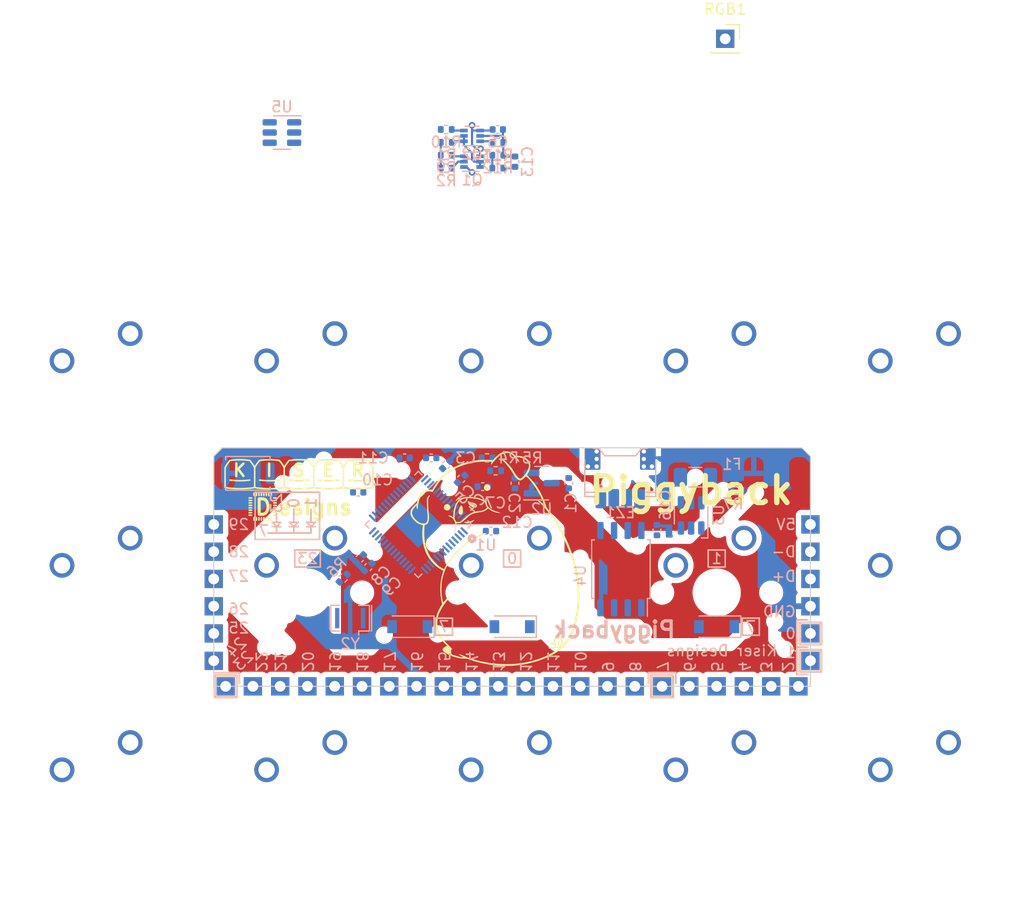
<source format=kicad_pcb>
(kicad_pcb (version 20221018) (generator pcbnew)
  (layers (0 "F.Cu" signal) (31 "B.Cu" signal) (34 "B.Paste" user) (35 "F.Paste" user) (36 "B.SilkS" user "B.Silkscreen") (37 "F.SilkS" user "F.Silkscreen") (38 "B.Mask" user) (39 "F.Mask" user) (44 "Edge.Cuts" user))
  (net 0 "")
  (net 1 "GP1")
  (net 2 "GP0")
  (net 3 "GP29")
  (net 4 "GP28")
  (net 5 "GP27")
  (net 6 "GP26")
  (net 7 "GP25")
  (net 8 "+5V")
  (net 9 "GND")
  (net 10 "+3V3")
  (net 11 "+1V1")
  (net 12 "XIN")
  (net 13 "VBUS")
  (net 14 "D+")
  (net 15 "D-")
  (net 16 "RUN")
  (net 17 "SWDIO")
  (net 18 "SWCLK")
  (net 19 "d-")
  (net 20 "d+")
  (net 21 "XOUT")
  (net 22 "QSPI_SS")
  (net 23 "Net-(D1-A)")
  (net 24 "GP24")
  (net 25 "GP23")
  (net 26 "GP22")
  (net 27 "GP21")
  (net 28 "GP20")
  (net 29 "GP19")
  (net 30 "QSPI_D3")
  (net 31 "QSPI_CLK")
  (net 32 "QSPI_D0")
  (net 33 "QSPI_D2")
  (net 34 "QSPI_D1")
  (net 35 "Net-(D2-A)")
  (net 36 "GP18")
  (net 37 "GP17")
  (net 38 "GP16")
  (net 39 "GP15")
  (net 40 "GP14")
  (net 41 "GP13")
  (net 42 "GP12")
  (net 43 "GP11")
  (net 44 "GP10")
  (net 45 "GP9")
  (net 46 "GP8")
  (net 47 "GP7")
  (net 48 "GP6")
  (net 49 "GP5")
  (net 50 "GP4")
  (net 51 "GP3")
  (net 52 "GP2")
  (net 53 "Net-(D3-A)")
  (net 54 "Net-(D1-K)")
  (net 58 "Net-(Q2B-B2)")
  (net 61 "Net-(R6-Pad1)")
  (net 62 "RESET")
  (net 63 "Net-(Q1A-C1)")
  (net 64 "Net-(Q2B-C2)")
  (net 65 "Net-(Q2A-C1)")
  (net 66 "Net-(R12-Pad1)")
  (net 67 "Net-(RGB1-Pin_1)")
  (footprint "marbastlib-mx:SW_MX_1u" (layer "F.Cu") (at 70.64375 68.2625)
    (fp_text reference "SW1" hide)
    (fp_text value "MX_SW_solder" hide)
  )
  (footprint "marbastlib-mx:SW_MX_1u" (layer "F.Cu") (at 127.79375 87.3125)
    (fp_text reference "SW9" hide)
    (fp_text value "MX_SW_solder" hide)
  )
  (footprint "marbastlib-mx:SW_MX_1u" (layer "F.Cu") (at 70.64375 106.3625)
    (fp_text reference "SW11" hide)
    (fp_text value "MX_SW_solder" hide)
  )
  (footprint "Connector_PinSocket_2.54mm:PinSocket_1x01_P2.54mm_Vertical" (layer "F.Cu") (at 128.5875 35.71875)
    (fp_text reference "RGB1")
    (fp_text value "Conn_01x01_Socket")
  )
  (footprint "Connector_PinHeader_2.54mm:PinHeader_1x06_P2.54mm_Vertical" (layer "F.Cu") (at 136.525 93.6625 180)
    (fp_text reference "J1" hide)
    (fp_text value "Conn_01x06_Female")
  )
  (footprint "marbastlib-mx:SW_MX_1u" (layer "F.Cu") (at 89.69375 106.3625)
    (fp_text reference "SW12" hide)
    (fp_text value "MX_SW_solder" hide)
  )
  (footprint "LOGO" (layer "F.Cu") (at 88.9 77.7875)
    (fp_text reference "G***" hide)
    (fp_text value "LOGO" hide)
  )
  (footprint "marbastlib-mx:SW_MX_1u" (layer "F.Cu") (at 108.74375 68.2625)
    (fp_text reference "SW3" hide)
    (fp_text value "MX_SW_solder" hide)
  )
  (footprint "marbastlib-mx:SW_MX_1u" (layer "F.Cu") (at 89.69375 87.3125)
    (fp_text reference "SW7" hide)
    (fp_text value "MX_SW_solder" hide)
  )
  (footprint "marbastlib-mx:SW_MX_1u" (layer "F.Cu") (at 70.64375 87.3125)
    (fp_text reference "SW6" hide)
    (fp_text value "MX_SW_solder" hide)
  )
  (footprint "marbastlib-mx:SW_MX_1u" (layer "F.Cu") (at 127.79375 106.3625)
    (fp_text reference "SW14" hide)
    (fp_text value "MX_SW_solder" hide)
  )
  (footprint "marbastlib-mx:SW_MX_1u" (layer "F.Cu") (at 89.69375 68.2625)
    (fp_text reference "SW2" hide)
    (fp_text value "MX_SW_solder" hide)
  )
  (footprint "marbastlib-mx:SW_MX_1u" (layer "F.Cu") (at 146.84375 68.2625)
    (fp_text reference "SW5" hide)
    (fp_text value "MX_SW_solder" hide)
  )
  (footprint "marbastlib-mx:SW_MX_1u" (layer "F.Cu") (at 127.79375 68.2625)
    (fp_text reference "SW4" hide)
    (fp_text value "MX_SW_solder" hide)
  )
  (footprint "marbastlib-mx:SW_MX_1u" (layer "F.Cu") (at 108.74375 87.3125)
    (fp_text reference "SW8" hide)
    (fp_text value "MX_SW_solder" hide)
  )
  (footprint "marbastlib-mx:SW_MX_1u" (layer "F.Cu") (at 146.84375 106.3625)
    (fp_text reference "SW15" hide)
    (fp_text value "MX_SW_solder" hide)
  )
  (footprint "Connector_PinHeader_2.54mm:PinHeader_1x06_P2.54mm_Vertical" (layer "F.Cu") (at 80.9625 80.9625)
    (fp_text reference "J5" hide)
    (fp_text value "Conn_01x06_Female")
  )
  (footprint "marbastlib-mx:SW_MX_1u" (layer "F.Cu") (at 146.84375 87.3125)
    (fp_text reference "SW10" hide)
    (fp_text value "MX_SW_solder" hide)
  )
  (footprint "marbastlib-mx:SW_MX_1u" (layer "F.Cu") (at 108.74375 106.3625)
    (fp_text reference "SW13" hide)
    (fp_text value "MX_SW_solder" hide)
  )
  (footprint "LOGO" (layer "F.Cu") (at 107.15625 84.1375)
    (fp_text reference "G***" hide)
    (fp_text value "LOGO" hide)
  )
  (footprint "Capacitor_SMD:C_0402_1005Metric" (layer "B.Cu") (at 94.558586 84.133235 -135)
    (fp_text reference "C8")
    (fp_text value "100n")
  )
  (footprint "Resistor_SMD:R_0402_1005Metric" (layer "B.Cu") (at 102.6125 47.7625)
    (fp_text reference "R2")
    (fp_text value "10k")
  )
  (footprint "Capacitor_SMD:C_0402_1005Metric" (layer "B.Cu") (at 102.6125 75.40625 45)
    (fp_text reference "C5")
    (fp_text value "1u")
  )
  (footprint "Resistor_SMD:R_0402_1005Metric" (layer "B.Cu") (at 106.4125 74.7625)
    (fp_text reference "R4")
    (fp_text value "27")
  )
  (footprint "Package_TO_SOT_SMD:SOT-23" (layer "B.Cu") (at 111.493934 77.118198)
    (fp_text reference "U2")
    (fp_text value "XC6206PxxxMR")
  )
  (footprint "Resistor_SMD:R_0402_1005Metric" (layer "B.Cu") (at 129.665 77.761833)
    (fp_text reference "R7")
    (fp_text value "10k")
  )
  (footprint "Resistor_SMD:R_0402_1005Metric" (layer "B.Cu") (at 107.4125 45.3625)
    (fp_text reference "R11")
    (fp_text value "51k")
  )
  (footprint "Resistor_SMD:R_0402_1005Metric" (layer "B.Cu") (at 107.4125 46.5625)
    (fp_text reference "R12")
    (fp_text value "51k")
  )
  (footprint "Package_TO_SOT_SMD:SOT-563" (layer "B.Cu") (at 105.0125 47.1625)
    (fp_text reference "Q1")
    (fp_text value "EMH3")
  )
  (footprint "Resistor_SMD:R_0402_1005Metric" (layer "B.Cu") (at 93.0125 85.9625 45)
    (fp_text reference "R6")
    (fp_text value "1k")
  )
  (footprint "Connector_PinHeader_2.54mm:PinHeader_1x22_P2.54mm_Vertical" (layer "B.Cu") (at 82.06875 96.04375 -90)
    (fp_text reference "J2" hide)
    (fp_text value "Conn_01x23_Female")
  )
  (footprint "locallib:PicoEZMate-Reinforced-Lite" (layer "B.Cu") (at 118.8125 76.3625)
    (fp_text reference "EZ1")
    (fp_text value "78171-0004" hide)
  )
  (footprint "Capacitor_SMD:C_0402_1005Metric" (layer "B.Cu") (at 107.4125 44.1625)
    (fp_text reference "C6")
    (fp_text value "10u")
  )
  (footprint "Capacitor_SMD:C_0402_1005Metric" (layer "B.Cu") (at 122.233397 81.493692 90)
    (fp_text reference "C16")
    (fp_text value "100n")
  )
  (footprint "Diode_SMD:D_SOD-123" (layer "B.Cu") (at 99.21875 90.4875 180)
    (fp_text reference "D1" hide)
    (fp_text value "D_Small")
  )
  (footprint "Diode_SMD:D_SOD-123" (layer "B.Cu") (at 108.74375 90.4875 180)
    (fp_text reference "D2" hide)
    (fp_text value "D_Small")
  )
  (footprint "Capacitor_SMD:C_0402_1005Metric" (layer "B.Cu") (at 109.0125 77.118198 -90)
    (fp_text reference "C2")
    (fp_text value "1u")
  )
  (footprint "Diode_SMD:D_SOD-123" (layer "B.Cu") (at 127.79375 90.4875 180)
    (fp_text reference "D3" hide)
    (fp_text value "D_Small")
  )
  (footprint "Package_SO:SOIC-8_5.23x5.23mm_P1.27mm" (layer "B.Cu") (at 118.874126 85.128552 90)
    (fp_text reference "U4")
    (fp_text value "W25Q128JVS")
  )
  (footprint "Button_Switch_SMD:SW_Push_SPST_NO_Alps_SKRK" (layer "B.Cu") (at 84.1375 76.2)
    (fp_text reference "SWR1" hide)
    (fp_text value "SW_SPST")
  )
  (footprint "Package_TO_SOT_SMD:SOT-563" (layer "B.Cu") (at 105.0125 44.7625)
    (fp_text reference "Q2")
    (fp_text value "EMH3")
  )
  (footprint "SnapEDA Library:QFN40P700X700X90-57N" (layer "B.Cu") (at 100.0125 80.9625 135)
    (fp_text reference "U1")
    (fp_text value "RP2040TR7")
  )
  (footprint "Resistor_SMD:R_0402_1005Metric" (layer "B.Cu") (at 102.6125 46.5625)
    (fp_text reference "R9")
    (fp_text value "10k")
  )
  (footprint "Capacitor_SMD:C_0402_1005Metric" (layer "B.Cu") (at 94.4125 77.9625 180)
    (fp_text reference "C10")
    (fp_text value "100n")
  )
  (footprint "Capacitor_SMD:C_0402_1005Metric" (layer "B.Cu") (at 101.2125 74.7625)
    (fp_text reference "C3")
    (fp_text value "1u")
  )
  (footprint "Fuse:Fuse_1206_3216Metric" (layer "B.Cu") (at 125.8125 76.5625 180)
    (fp_text reference "F1")
    (fp_text value "500mA")
  )
  (footprint "Resistor_SMD:R_0402_1005Metric" (layer "B.Cu") (at 107.4125 47.7625 180)
    (fp_text reference "R13")
    (fp_text value "51k")
  )
  (footprint "Package_TO_SOT_SMD:SOT-23-6" (layer "B.Cu") (at 87.3125 44.45 180)
    (fp_text reference "U5")
    (fp_text value "SN74LVC1T45DBV")
  )
  (footprint "Capacitor_SMD:C_0402_1005Metric" (layer "B.Cu") (at 114.0125 77.118198 -90)
    (fp_text reference "C1")
    (fp_text value "1u")
  )
  (footprint "Resistor_SMD:R_0402_1005Metric" (layer "B.Cu") (at 102.6125 44.1625)
    (fp_text reference "R10")
    (fp_text value "1k")
  )
  (footprint "Resistor_SMD:R_0402_1005Metric" (layer "B.Cu") (at 102.6125 45.3625)
    (fp_text reference "R1")
    (fp_text value "10k")
  )
  (footprint "Capacitor_SMD:C_0402_1005Metric" (layer "B.Cu") (at 106.007427 77.439993)
    (fp_text reference "C7")
    (fp_text value "100n")
  )
  (footprint "Resistor_SMD:R_0402_1005Metric" (layer "B.Cu") (at 107.2125 75.9625)
    (fp_text reference "R5")
    (fp_text value "27")
  )
  (footprint "Capacitor_SMD:C_0402_1005Metric" (layer "B.Cu") (at 106.777865 81.581741)
    (fp_text reference "C12")
    (fp_text value "100n")
  )
  (footprint "marbastlib-various:SOT-23-6-routable" (layer "B.Cu") (at 125.4125 80.118198 90)
    (fp_text reference "U3")
    (fp_text value "SRV05-4")
  )
  (footprint "Capacitor_SMD:C_0402_1005Metric" (layer "B.Cu") (at 104 76.718198 45)
    (fp_text reference "C4")
    (fp_text value "10u")
  )
  (footprint "Capacitor_SMD:C_0402_1005Metric" (layer "B.Cu") (at 95.346086 84.933235 -135)
    (fp_text reference "C9")
    (fp_text value "100n")
  )
  (footprint "Capacitor_SMD:C_0402_1005Metric" (layer "B.Cu") (at 98.73875 74.7625 180)
    (fp_text reference "C11")
    (fp_text value "100n")
  )
  (footprint "Capacitor_SMD:C_0402_1005Metric" (layer "B.Cu") (at 109.0125 47.1625 90)
    (fp_text reference "C13")
    (fp_text value "10u")
  )
  (footprint "Crystal:Resonator_SMD_Murata_CSTxExxV-3Pin_3.0x1.1mm" (layer "B.Cu") (at 93.6625 89.69375 180)
    (fp_text reference "Y2")
    (fp_text value "Crystal_GND2_Small")
  )
  (gr_line (start 90.0125 81.7625) (end 90.0125 81.5625) (stroke (width 0.15)) (layer "B.SilkS"))
  (gr_line (start 89.6125 80.7625) (end 90.4125 80.7625) (stroke (width 0.15)) (layer "B.SilkS"))
  (gr_line (start 121.44375 94.77375) (end 121.44375 95.78975) (stroke (width 0.15)) (layer "B.SilkS"))
  (gr_line (start 88.4125 80.7625) (end 88.4125 80.5625) (stroke (width 0.15)) (layer "B.SilkS"))
  (gr_line (start 130.175 91.28125) (end 130.175 89.69375) (stroke (width 0.15)) (layer "B.SilkS"))
  (gr_rect (start 135.509 92.6465) (end 137.541 94.6785) (stroke (width 0.2)) (fill none) (layer "B.SilkS"))
  (gr_line (start 90.0125 80.7625) (end 90.0125 80.5625) (stroke (width 0.15)) (layer "B.SilkS"))
  (gr_line (start 136.270999 89.8525) (end 135.255 89.8525) (stroke (width 0.15)) (layer "B.SilkS"))
  (gr_line (start 90.8125 77.9625) (end 90.8125 82.3625) (stroke (width 0.15)) (layer "B.SilkS"))
  (gr_line (start 88.8125 81.1625) (end 88.0125 81.1625) (stroke (width 0.15)) (layer "B.SilkS"))
  (gr_line (start 90.884375 84.93125) (end 88.503125 84.93125) (stroke (width 0.15)) (layer "B.SilkS"))
  (gr_line (start 88.4125 81.1625) (end 88.8125 81.1625) (stroke (width 0.15)) (layer "B.SilkS"))
  (gr_line (start 128.5875 84.93125) (end 127 84.93125) (stroke (width 0.15)) (layer "B.SilkS"))
  (gr_line (start 127 83.34375) (end 128.5875 83.34375) (stroke (width 0.15)) (layer "B.SilkS"))
  (gr_rect (start 135.509 90.1065) (end 137.541 92.1385) (stroke (width 0.2)) (fill none) (layer "B.SilkS"))
  (gr_line (start 86.8125 81.5625) (end 86.8125 81.1625) (stroke (width 0.15)) (layer "B.SilkS"))
  (gr_line (start 86.8125 81.1625) (end 86.4125 80.7625) (stroke (width 0.15)) (layer "B.SilkS"))
  (gr_line (start 90.0125 81.1625) (end 89.6125 81.1625) (stroke (width 0.15)) (layer "B.SilkS"))
  (gr_line (start 86.8125 80.7625) (end 86.8125 80.5625) (stroke (width 0.15)) (layer "B.SilkS"))
  (gr_line (start 107.95 83.34375) (end 109.5375 83.34375) (stroke (width 0.15)) (layer "B.SilkS"))
  (gr_line (start 87.2125 81.1625) (end 86.4125 81.1625) (stroke (width 0.15)) (layer "B.SilkS"))
  (gr_line (start 131.7625 89.69375) (end 131.7625 91.28125) (stroke (width 0.15)) (layer "B.SilkS"))
  (gr_circle (center 105.01528 82.288325) (end 105.2 82) (stroke (width 0.15)) (fill none) (layer "B.SilkS"))
  (gr_line (start 103.1875 89.69375) (end 103.1875 91.28125) (stroke (width 0.15)) (layer "B.SilkS"))
  (gr_line (start 123.98375 95.78975) (end 123.98375 94.77375) (stroke (width 0.15)) (layer "B.SilkS"))
  (gr_line (start 89.6125 81.1625) (end 90.4125 81.1625) (stroke (width 0.15)) (layer "B.SilkS"))
  (gr_line (start 130.175 89.69375) (end 131.7625 89.69375) (stroke (width 0.15)) (layer "B.SilkS"))
  (gr_line (start 83.34375 94.77375) (end 83.34375 95.78975) (stroke (width 0.15)) (layer "B.SilkS"))
  (gr_line (start 109.5375 83.34375) (end 109.5375 84.93125) (stroke (width 0.15)) (layer "B.SilkS"))
  (gr_line (start 86.8125 81.7625) (end 86.8125 81.5625) (stroke (width 0.15)) (layer "B.SilkS"))
  (gr_line (start 128.5875 83.34375) (end 128.5875 84.93125) (stroke (width 0.15)) (layer "B.SilkS"))
  (gr_line (start 90.8125 82.3625) (end 84.8125 82.3625) (stroke (width 0.15)) (layer "B.SilkS"))
  (gr_line (start 90.4125 80.7625) (end 90.0125 81.1625) (stroke (width 0.15)) (layer "B.SilkS"))
  (gr_line (start 88.503125 83.34375) (end 90.884375 83.34375) (stroke (width 0.15)) (layer "B.SilkS"))
  (gr_line (start 109.5375 84.93125) (end 107.95 84.93125) (stroke (width 0.15)) (layer "B.SilkS"))
  (gr_line (start 127 84.93125) (end 127 83.34375) (stroke (width 0.15)) (layer "B.SilkS"))
  (gr_line (start 81.05775 94.77375) (end 83.34375 94.77375) (stroke (width 0.15)) (layer "B.SilkS"))
  (gr_line (start 135.255 92.3925) (end 136.271 92.3925) (stroke (width 0.15)) (layer "B.SilkS"))
  (gr_rect (start 121.69775 95.02775) (end 123.72975 97.05975) (stroke (width 0.2)) (fill none) (layer "B.SilkS"))
  (gr_line (start 90.884375 83.34375) (end 90.884375 84.93125) (stroke (width 0.15)) (layer "B.SilkS"))
  (gr_line (start 101.6 89.69375) (end 103.1875 89.69375) (stroke (width 0.15)) (layer "B.SilkS"))
  (gr_line (start 88.4125 81.5625) (end 88.4125 81.7625) (stroke (width 0.15)) (layer "B.SilkS"))
  (gr_line (start 135.255 92.3925) (end 135.255 94.932499) (stroke (width 0.15)) (layer "B.SilkS"))
  (gr_line (start 87.2125 80.7625) (end 86.8125 81.1625) (stroke (width 0.15)) (layer "B.SilkS"))
  (gr_line (start 131.7625 91.28125) (end 130.175 91.28125) (stroke (width 0.15)) (layer "B.SilkS"))
  (gr_line (start 88.503125 84.93125) (end 88.503125 83.34375) (stroke (width 0.15)) (layer "B.SilkS"))
  (gr_line (start 88.8125 80.7625) (end 88.4125 81.1625) (stroke (width 0.15)) (layer "B.SilkS"))
  (gr_line (start 101.6 91.28125) (end 101.6 89.69375) (stroke (width 0.15)) (layer "B.SilkS"))
  (gr_line (start 90.0125 81.1625) (end 89.6125 80.7625) (stroke (width 0.15)) (layer "B.SilkS"))
  (gr_line (start 123.98375 94.77375) (end 121.44375 94.77375) (stroke (width 0.15)) (layer "B.SilkS"))
  (gr_line (start 84.8125 82.3625) (end 84.8125 77.9625) (stroke (width 0.15)) (layer "B.SilkS"))
  (gr_line (start 90.0125 81.3625) (end 90.0125 81.1625) (stroke (width 0.15)) (layer "B.SilkS"))
  (gr_line (start 88.4125 79.9625) (end 88.4125 79.5625) (stroke (width 0.15)) (layer "B.SilkS"))
  (gr_line (start 88.4125 79.9625) (end 88.4125 80.5625) (stroke (width 0.15)) (layer "B.SilkS"))
  (gr_line (start 86.8125 81.1625) (end 87.2125 81.1625) (stroke (width 0.15)) (layer "B.SilkS"))
  (gr_line (start 103.1875 91.28125) (end 101.6 91.28125) (stroke (width 0.15)) (layer "B.SilkS"))
  (gr_line (start 86.0125 81.7625) (end 90.0125 81.7625) (stroke (width 0.15)) (layer "B.SilkS"))
  (gr_line (start 88.4125 81.1625) (end 88.0125 80.7625) (stroke (width 0.15)) (layer "B.SilkS"))
  (gr_rect (start 81.05775 95.02775) (end 83.08975 97.05975) (stroke (width 0.2)) (fill none) (layer "B.SilkS"))
  (gr_line (start 90.0125 80.5625) (end 90.0125 79.9625) (stroke (width 0.15)) (layer "B.SilkS"))
  (gr_line (start 86.8125 80.5625) (end 86.8125 79.9625) (stroke (width 0.15)) (layer "B.SilkS"))
  (gr_line (start 90.0125 79.9625) (end 90.0125 79.5625) (stroke (width 0.15)) (layer "B.SilkS"))
  (gr_line (start 135.255 89.8525) (end 135.255 92.3925) (stroke (width 0.15)) (layer "B.SilkS"))
  (gr_line (start 107.95 84.93125) (end 107.95 83.34375) (stroke (width 0.15)) (layer "B.SilkS"))
  (gr_line (start 86.4125 80.7625) (end 87.2125 80.7625) (stroke (width 0.15)) (layer "B.SilkS"))
  (gr_line (start 88.4125 81.5625) (end 88.4125 81.1625) (stroke (width 0.15)) (layer "B.SilkS"))
  (gr_line (start 84.8125 77.9625) (end 90.8125 77.9625) (stroke (width 0.15)) (layer "B.SilkS"))
  (gr_line (start 135.255 94.932499) (end 136.271 94.9325) (stroke (width 0.15)) (layer "B.SilkS"))
  (gr_line (start 88.0125 80.7625) (end 88.8125 80.7625) (stroke (width 0.15)) (layer "B.SilkS"))
  (gr_line (start 90.0125 81.5625) (end 90.0125 81.3625) (stroke (width 0.15)) (layer "B.SilkS"))
  (gr_line (start 83.34375 95.78975) (end 83.34375 94.77375) (stroke (width 0.15)) (layer "F.SilkS"))
  (gr_rect (start 121.69775 95.02775) (end 123.72975 97.05975) (stroke (width 0.2)) (fill none) (layer "F.SilkS"))
  (gr_rect (start 135.509 92.6465) (end 137.541 94.6785) (stroke (width 0.2)) (fill none) (layer "F.SilkS"))
  (gr_rect (start 81.05775 95.02775) (end 83.08975 97.05975) (stroke (width 0.2)) (fill none) (layer "F.SilkS"))
  (gr_line (start 123.98375 94.77375) (end 123.98375 95.78975) (stroke (width 0.15)) (layer "F.SilkS"))
  (gr_line (start 135.255 89.8525) (end 135.255 92.3925) (stroke (width 0.15)) (layer "F.SilkS"))
  (gr_line (start 121.44375 94.77375) (end 123.98375 94.77375) (stroke (width 0.15)) (layer "F.SilkS"))
  (gr_rect (start 135.509 90.1065) (end 137.541 92.1385) (stroke (width 0.2)) (fill none) (layer "F.SilkS"))
  (gr_line (start 136.271 92.3925) (end 135.255 92.3925) (stroke (width 0.15)) (layer "F.SilkS"))
  (gr_line (start 135.255 94.9325) (end 136.271 94.9325) (stroke (width 0.15)) (layer "F.SilkS"))
  (gr_line (start 83.34375 94.77375) (end 81.05775 94.77375) (stroke (width 0.15)) (layer "F.SilkS"))
  (gr_line (start 136.271 89.8525) (end 135.255 89.8525) (stroke (width 0.15)) (layer "F.SilkS"))
  (gr_line (start 135.255 92.3925) (end 135.255 94.9325) (stroke (width 0.15)) (layer "F.SilkS"))
  (gr_line (start 121.44375 95.78975) (end 121.44375 94.77375) (stroke (width 0.15)) (layer "F.SilkS"))
  (gr_line (start 135.73125 73.81875) (end 132.85 73.81875) (stroke (width 0.1)) (layer "Edge.Cuts"))
  (gr_line (start 81.75625 73.81875) (end 116.68125 73.81875) (stroke (width 0.1)) (layer "Edge.Cuts"))
  (gr_line (start 116.68125 96.04375) (end 80.9625 96.04375) (stroke (width 0.1)) (layer "Edge.Cuts"))
  (gr_line (start 116.68125 73.81875) (end 122.7375 73.81875) (stroke (width 0.1)) (layer "Edge.Cuts"))
  (gr_line (start 80.9625 74.6125) (end 81.75625 73.81875) (stroke (width 0.1)) (layer "Edge.Cuts"))
  (gr_line (start 122.7375 73.81875) (end 123.03125 73.81875) (stroke (width 0.1)) (layer "Edge.Cuts"))
  (gr_line (start 135.73125 73.81875) (end 136.525 74.6125) (stroke (width 0.1)) (layer "Edge.Cuts"))
  (gr_line (start 136.525 74.6125) (end 136.525 96.04375) (stroke (width 0.1)) (layer "Edge.Cuts"))
  (gr_line (start 123.03125 73.81875) (end 132.85 73.81875) (stroke (width 0.1)) (layer "Edge.Cuts"))
  (gr_line (start 136.525 96.04375) (end 116.68125 96.04375) (stroke (width 0.1)) (layer "Edge.Cuts"))
  (gr_line (start 80.9625 96.04375) (end 80.9625 74.6125) (stroke (width 0.1)) (layer "Edge.Cuts"))
  (gr_text "GND" (at 135.255 89.0905) (layer "B.SilkS") (effects (font (size 1 1)) (justify left mirror)))
  (gr_text "4" (at 130.33375 94.77375 270) (layer "B.SilkS") (effects (font (size 1 1)) (justify left mirror)))
  (gr_text "27" (at 82.2325 85.7885) (layer "B.SilkS") (effects (font (size 1 1)) (justify right mirror)))
  (gr_text "2" (at 134.39775 94.77375 270) (layer "B.SilkS") (effects (font (size 1 1)) (justify left mirror)))
  (gr_text "5V" (at 135.255 80.9625) (layer "B.SilkS") (effects (font (size 1 1)) (justify left mirror)))
  (gr_text "16" (at 99.85375 94.77375 270) (layer "B.SilkS") (effects (font (size 1 1)) (justify left mirror)))
  (gr_text "Kiser Designs" (at 128.275969 92.723368) (layer "B.SilkS") (effects (font (size 1 1)) (justify mirror)))
  (gr_text "20" (at 89.69375 94.77375 270) (layer "B.SilkS") (effects (font (size 1 1)) (justify left mirror)))
  (gr_text "26" (at 82.2325 88.8365) (layer "B.SilkS") (effects (font (size 1 1)) (justify right mirror)))
  (gr_text "7" (at 85.6125 81.5625) (layer "B.SilkS") (effects (font (size 1 1)) (justify mirror)))
  (gr_text "15" (at 102.39375 94.77375 270) (layer "B.SilkS") (effects (font (size 1 1)) (justify left mirror)))
  (gr_text "25" (at 82.2325 90.6145) (layer "B.SilkS") (effects (font (size 1 1)) (justify right mirror)))
  (gr_text "23" (at 82.972063 94.402963 45) (layer "B.SilkS") (effects (font (size 1 1)) (justify right mirror)))
  (gr_text "D+" (at 135.255 85.7885) (layer "B.SilkS") (effects (font (size 1 1)) (justify left mirror)))
  (gr_text "0" (at 135.255 91.1225) (layer "B.SilkS") (effects (font (size 1 1)) (justify left mirror)))
  (gr_text "23\n0\n1" (at 88.4125 78.9625 90) (layer "B.SilkS") (effects (font (size 1 1)) (justify mirror)))
  (gr_text "7" (at 102.39375 90.4875) (layer "B.SilkS") (effects (font (size 1 1)) (justify mirror)))
  (gr_text "Piggyback\n" (at 118.26875 90.7625) (layer "B.SilkS") (effects (font (size 1.5 1.5) (thickness 0.3)) (justify mirror)))
  (gr_text "28" (at 82.2325 83.5025) (layer "B.SilkS") (effects (font (size 1 1)) (justify right mirror)))
  (gr_text "7" (at 122.71375 94.77375 270) (layer "B.SilkS") (effects (font (size 1 1)) (justify left mirror)))
  (gr_text "3" (at 132.36575 94.77375 270) (layer "B.SilkS") (effects (font (size 1 1)) (justify left mirror)))
  (gr_text "7" (at 130.96875 90.4875) (layer "B.SilkS") (effects (font (size 1 1)) (justify mirror)))
  (gr_text "D-" (at 135.255 83.5025) (layer "B.SilkS") (effects (font (size 1 1)) (justify left mirror)))
  (gr_text "1" (at 127.79375 84.1375) (layer "B.SilkS") (effects (font (size 1 1)) (justify mirror)))
  (gr_text "29" (at 82.2325 80.9625) (layer "B.SilkS") (effects (font (size 1 1)) (justify right mirror)))
  (gr_text "18" (at 94.77375 94.77375 270) (layer "B.SilkS") (effects (font (size 1 1)) (justify left mirror)))
  (gr_text "14" (at 104.93375 94.77375 270) (layer "B.SilkS") (effects (font (size 1 1)) (justify left mirror)))
  (gr_text "11" (at 112.55375 94.77375 270) (layer "B.SilkS") (effects (font (size 1 1)) (justify left mirror)))
  (gr_text "5" (at 127.79375 94.77375 270) (layer "B.SilkS") (effects (font (size 1 1)) (justify left mirror)))
  (gr_text "8" (at 120.17375 94.77375 270) (layer "B.SilkS") (effects (font (size 1 1)) (justify left mirror)))
  (gr_text "9" (at 117.63375 94.77375 270) (layer "B.SilkS") (effects (font (size 1 1)) (justify left mirror)))
  (gr_text "23" (at 89.69375 84.1375) (layer "B.SilkS") (effects (font (size 1 1)) (justify mirror)))
  (gr_text "10" (at 115.089454 94.766827 270) (layer "B.SilkS") (effects (font (size 1 1)) (justify left mirror)))
  (gr_text "13" (at 107.47375 94.77375 270) (layer "B.SilkS") (effects (font (size 1 1)) (justify left mirror)))
  (gr_text "21" (at 87.15375 94.77375 270) (layer "B.SilkS") (effects (font (size 1 1)) (justify left mirror)))
  (gr_text "24" (at 82.32775 93.1545 45) (layer "B.SilkS") (effects (font (size 1 1)) (justify right mirror)))
  (gr_text "17" (at 97.31375 94.77375 270) (layer "B.SilkS") (effects (font (size 1 1)) (justify left mirror)))
  (gr_text "22" (at 85.37575 94.77375 270) (layer "B.SilkS") (effects (font (size 1 1)) (justify left mirror)))
  (gr_text "6" (at 125.25375 94.77375 270) (layer "B.SilkS") (effects (font (size 1 1)) (justify left mirror)))
  (gr_text "12" (at 110.003365 94.768974 270) (layer "B.SilkS") (effects (font (size 1 1)) (justify left mirror)))
  (gr_text "1" (at 135.255 92.9005) (layer "B.SilkS") (effects (font (size 1 1)) (justify left mirror)))
  (gr_text "0" (at 108.74375 84.1375) (layer "B.SilkS") (effects (font (size 1 1)) (justify mirror)))
  (gr_text "19" (at 92.23375 94.77375 270) (layer "B.SilkS") (effects (font (size 1 1)) (justify left mirror)))
  (gr_text "Piggyback" (at 125.4125 77.7875) (layer "F.SilkS") (effects (font (size 2.5 2.5) (thickness 0.5))))
  (via (at 105.0125 48.1625) (size 0.6) (drill 0.3) (layers "F.Cu" "B.Cu") (net 9))
  (via (at 105.0125 43.7625) (size 0.6) (drill 0.3) (layers "F.Cu" "B.Cu") (net 9))
  (via (at 105.8125 45.9625) (size 0.6) (drill 0.3) (layers "F.Cu" "B.Cu") (net 9))
  (segment (start 105.4125 45.9625) (end 105.8125 45.9625) (width 0.2) (layer "B.Cu") (net 9))
  (segment (start 107.9225 47.7625) (end 108.8925 47.7625) (width 0.2) (layer "B.Cu") (net 9))
  (segment (start 108.8925 47.7625) (end 109.0125 47.6425) (width 0.2) (layer "B.Cu") (net 9))
  (segment (start 104.2625 47.6625) (end 104.5125 47.6625) (width 0.2) (layer "B.Cu") (net 9))
  (segment (start 105.7625 46.6625) (end 105.7625 46.0125) (width 0.2) (layer "B.Cu") (net 9))
  (segment (start 104.5125 47.6625) (end 105.0125 48.1625) (width 0.2) (layer "B.Cu") (net 9))
  (segment (start 105.7625 46.0125) (end 105.8125 45.9625) (width 0.2) (layer "B.Cu") (net 9))
  (segment (start 105.0125 43.7625) (end 105.0125 44.1625) (width 0.2) (layer "B.Cu") (net 9))
  (segment (start 105.1125 44.2625) (end 105.0125 44.1625) (width 0.2) (layer "B.Cu") (net 9))
  (segment (start 105.0125 44.9625) (end 105.0125 45.5625) (width 0.2) (layer "B.Cu") (net 9))
  (segment (start 105.0125 45.5625) (end 105.4125 45.9625) (width 0.2) (layer "B.Cu") (net 9))
  (segment (start 105.0125 44.1625) (end 105.0125 44.9625) (width 0.2) (layer "B.Cu") (net 9))
  (segment (start 106.8325 44.2625) (end 106.9325 44.1625) (width 0.2) (layer "B.Cu") (net 9))
  (segment (start 105.7625 44.2625) (end 105.1125 44.2625) (width 0.2) (layer "B.Cu") (net 9))
  (segment (start 105.7625 44.2625) (end 106.8325 44.2625) (width 0.2) (layer "B.Cu") (net 9))
  (segment (start 102.1025 45.3625) (end 102.1025 47.7625) (width 0.2) (layer "B.Cu") (net 10))
  (segment (start 103.2225 46.6625) (end 103.1225 46.5625) (width 0.2) (layer "B.Cu") (net 16))
  (segment (start 104.2625 46.6625) (end 103.2225 46.6625) (width 0.2) (layer "B.Cu") (net 16))
  (segment (start 107.8925 45.3325) (end 107.9225 45.3625) (width 0.2) (layer "B.Cu") (net 58))
  (segment (start 109.0125 46.6825) (end 108.0425 46.6825) (width 0.2) (layer "B.Cu") (net 58))
  (segment (start 107.8925 44.1625) (end 107.8925 44.7625) (width 0.2) (layer "B.Cu") (net 58))
  (segment (start 107.2925 44.7625) (end 107.0125 44.7625) (width 0.2) (layer "B.Cu") (net 58))
  (segment (start 107.8925 44.7625) (end 107.8925 45.3325) (width 0.2) (layer "B.Cu") (net 58))
  (segment (start 105.7625 44.7625) (end 107.0125 44.7625) (width 0.2) (layer "B.Cu") (net 58))
  (segment (start 107.9225 45.3625) (end 107.9225 46.5625) (width 0.2) (layer "B.Cu") (net 58))
  (segment (start 107.0125 44.7625) (end 107.8925 44.7625) (width 0.2) (layer "B.Cu") (net 58))
  (segment (start 108.0425 46.6825) (end 107.9225 46.5625) (width 0.2) (layer "B.Cu") (net 58))
  (segment (start 107.0125 44.7625) (end 107.3225 44.7625) (width 0.2) (layer "B.Cu") (net 58))
  (segment (start 103.7225 47.1625) (end 103.1225 47.7625) (width 0.2) (layer "B.Cu") (net 62))
  (segment (start 103.2225 47.8625) (end 103.1225 47.7625) (width 0.2) (layer "B.Cu") (net 62))
  (segment (start 104.2625 47.1625) (end 103.7225 47.1625) (width 0.2) (layer "B.Cu") (net 62))
  (segment (start 105.0125 46.3625) (end 105.0125 46.9625) (width 0.2) (layer "B.Cu") (net 63))
  (segment (start 105.7625 47.1625) (end 105.7625 47.6625) (width 0.2) (layer "B.Cu") (net 63))
  (segment (start 105.0125 46.9625) (end 105.2125 47.1625) (width 0.2) (layer "B.Cu") (net 63))
  (segment (start 103.2225 45.2625) (end 103.1225 45.3625) (width 0.2) (layer "B.Cu") (net 63))
  (segment (start 104.2625 45.2625) (end 103.2225 45.2625) (width 0.2) (layer "B.Cu") (net 63))
  (segment (start 105.2125 47.1625) (end 105.7625 47.1625) (width 0.2) (layer "B.Cu") (net 63))
  (segment (start 104.2625 44.7625) (end 104.2625 45.2625) (width 0.2) (layer "B.Cu") (net 63))
  (segment (start 104.2625 45.2625) (end 104.2625 45.6125) (width 0.2) (layer "B.Cu") (net 63))
  (segment (start 104.2625 45.6125) (end 105.0125 46.3625) (width 0.2) (layer "B.Cu") (net 63))
  (segment (start 103.0125 44.0525) (end 103.2225 44.2625) (width 0.2) (layer "B.Cu") (net 64))
  (segment (start 103.2225 44.2625) (end 104.2625 44.2625) (width 0.2) (layer "B.Cu") (net 64))
  (segment (start 106.8025 45.2625) (end 106.9025 45.3625) (width 0.2) (layer "B.Cu") (net 65))
  (segment (start 105.7625 45.2625) (end 106.8025 45.2625) (width 0.2) (layer "B.Cu") (net 65))
  (segment (start 106.9025 46.5625) (end 106.9025 47.7625) (width 0.2) (layer "B.Cu") (net 66))
  (segment (start 106.9025 47.7625) (end 106.8025 47.6625) (width 0.2) (layer "B.Cu") (net 66))
  (segment (start 106.9025 46.4725) (end 106.9025 46.5625) (width 0.2) (layer "B.Cu") (net 66))
  (zone (net 9) (net_name "GND") (layers "F&B.Cu") (connect_pads (clearance 0.508)) (min_thickness 0.254) (fill yes (thermal_gap 0.508) (thermal_bridge_width 0.508))
    (polygon (pts (xy 137.31875 96.8375) (xy 80.16875 96.8375) (xy 80.16875 73.025) (xy 137.31875 73.025)))
  )
)
</source>
